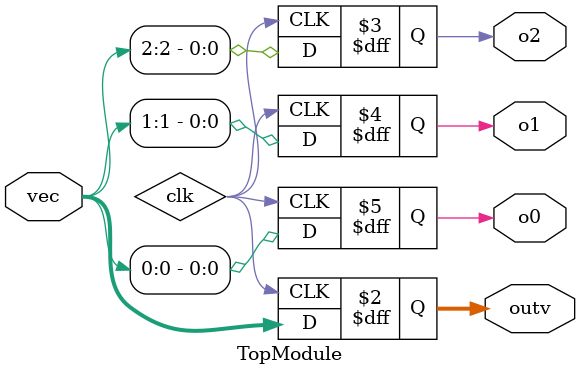
<source format=sv>

module TopModule (
  input [2:0] vec,
  output reg [2:0] outv,
  output reg o2,
  output reg o1,
  output reg o0
);

always @(posedge clk) begin
  outv = vec; // Assign the same vector to output register outv
  o2 = vec[2]; // Assign the third bit of input vector to o2
  o1 = vec[1]; // Assign the second bit of input vector to o1
  o0 = vec[0]; // Assign the first bit of input vector to o0
end

endmodule

// VERILOG-EVAL: errant inclusion of module definition

</source>
